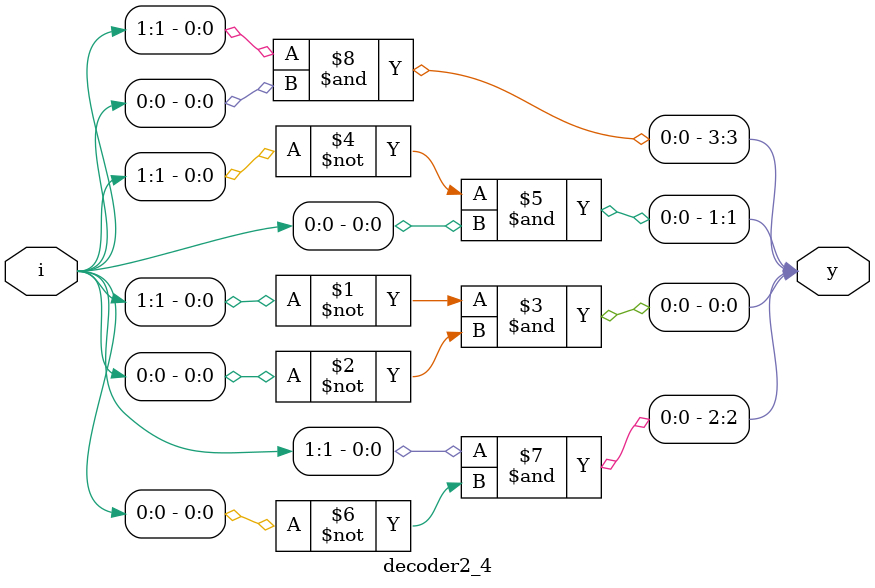
<source format=v>
module decoder2_4(y,i);
  input [1:0]i;
  output [3:0]y;
  assign y[0]=(~i[1])&(~i[0]);
  assign y[1]=(~i[1])&(i[0]);
  assign y[2]=(i[1])&(~i[0]);
  assign y[3]=(i[1])&(i[0]);
endmodule 
</source>
